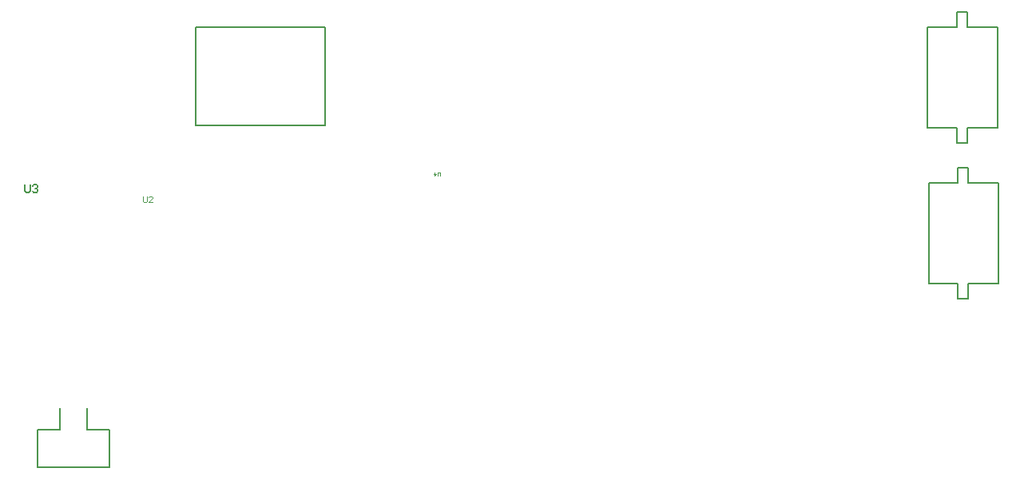
<source format=gm1>
G04*
G04 #@! TF.GenerationSoftware,Altium Limited,Altium Designer,20.0.10 (225)*
G04*
G04 Layer_Color=16711935*
%FSLAX24Y24*%
%MOIN*%
G70*
G01*
G75*
%ADD12C,0.0079*%
%ADD16C,0.0059*%
%ADD17C,0.0039*%
%ADD94C,0.0024*%
D12*
X62707Y21744D02*
Y25956D01*
X61447D02*
X62707D01*
X61447D02*
Y26586D01*
X61014D02*
X61447D01*
X61014Y25956D02*
Y26586D01*
X59793Y25956D02*
X61014D01*
X59793Y21744D02*
Y25956D01*
Y21744D02*
X61014D01*
Y21114D02*
Y21744D01*
Y21114D02*
X61447D01*
Y21744D01*
X62707D01*
X62757Y15244D02*
Y19456D01*
X61497D02*
X62757D01*
X61497D02*
Y20086D01*
X61064D02*
X61497D01*
X61064Y19456D02*
Y20086D01*
X59843Y19456D02*
X61064D01*
X59843Y15244D02*
Y19456D01*
Y15244D02*
X61064D01*
Y14614D02*
Y15244D01*
Y14614D02*
X61497D01*
Y15244D01*
X62757D01*
X23599Y9146D02*
Y10051D01*
X22654Y9146D02*
X23599D01*
X22654Y7571D02*
Y9146D01*
X25646Y7571D02*
Y9146D01*
X24701D02*
X25646D01*
X24701D02*
Y10051D01*
X22654Y7571D02*
X25646D01*
X29261Y21850D02*
X34655D01*
Y25950D01*
X29261D02*
X34655D01*
X29261Y21850D02*
Y25950D01*
D16*
X22130Y19377D02*
Y19115D01*
X22182Y19062D01*
X22287D01*
X22340Y19115D01*
Y19377D01*
X22445Y19325D02*
X22497Y19377D01*
X22602D01*
X22655Y19325D01*
Y19272D01*
X22602Y19220D01*
X22550D01*
X22602D01*
X22655Y19167D01*
Y19115D01*
X22602Y19062D01*
X22497D01*
X22445Y19115D01*
D17*
X27050Y18886D02*
Y18689D01*
X27089Y18650D01*
X27168D01*
X27207Y18689D01*
Y18886D01*
X27444Y18650D02*
X27286D01*
X27444Y18807D01*
Y18847D01*
X27404Y18886D01*
X27325D01*
X27286Y18847D01*
D94*
X39450Y19743D02*
Y19874D01*
X39424Y19900D01*
X39371D01*
X39345Y19874D01*
Y19743D01*
X39214Y19900D02*
Y19743D01*
X39293Y19821D01*
X39188D01*
M02*

</source>
